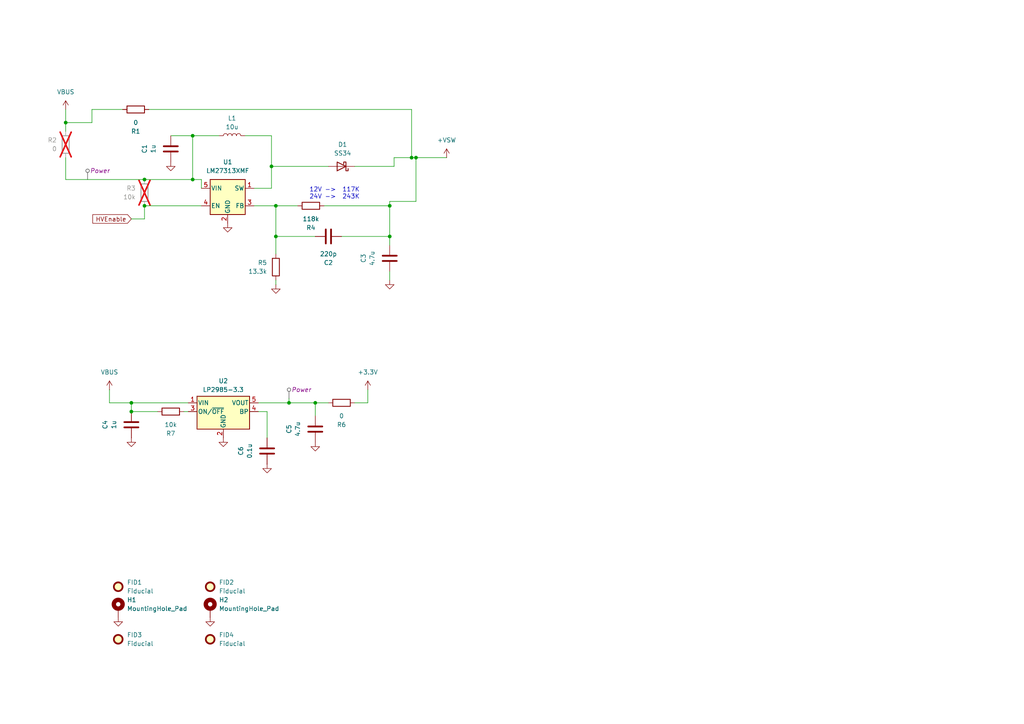
<source format=kicad_sch>
(kicad_sch (version 20231120) (generator "eeschema") (generator_version "8.0")
  (paper "A4")
  (lib_symbols
    (symbol "Device:C" (pin_numbers hide) (pin_names (offset 0.254))
      (property "Reference" "C" (at 0.635 2.54 0))
      (property "Value" "C" (at 0.635 -2.54 0))
      (symbol "C_0_1"
        (polyline (pts (xy -2.032 -0.762) (xy 2.032 -0.762)) (stroke (width 0.508)))
        (polyline (pts (xy -2.032 0.762) (xy 2.032 0.762)) (stroke (width 0.508)))
      )
      (symbol "C_1_1"
        (pin passive line (at 0 3.81 270) (length 2.794) (name "~") (number "1"))
        (pin passive line (at 0 -3.81 90) (length 2.794) (name "~") (number "2"))
      )
    )
    (symbol "Device:L" (pin_numbers hide) (pin_names (offset 1.016) hide)
      (property "Reference" "L" (at -1.27 0 90))
      (property "Value" "L" (at 1.905 0 90))
      (symbol "L_0_1"
        (arc (start 0 -2.54) (mid 0.6323 -1.905) (end 0 -1.27))
        (arc (start 0 -1.27) (mid 0.6323 -0.635) (end 0 0))
        (arc (start 0 0) (mid 0.6323 0.635) (end 0 1.27))
        (arc (start 0 1.27) (mid 0.6323 1.905) (end 0 2.54))
      )
      (symbol "L_1_1"
        (pin passive line (at 0 3.81 270) (length 1.27) (name "1") (number "1"))
        (pin passive line (at 0 -3.81 90) (length 1.27) (name "2") (number "2"))
      )
    )
    (symbol "Device:R" (pin_numbers hide) (pin_names (offset 0))
      (property "Reference" "R" (at 2.032 0 90))
      (property "Value" "R" (at 0 0 90))
      (symbol "R_0_1"
        (rectangle (start -1.016 -2.54) (end 1.016 2.54) (stroke (width 0.254)))
      )
      (symbol "R_1_1"
        (pin passive line (at 0 3.81 270) (length 1.27) (name "~") (number "1"))
        (pin passive line (at 0 -3.81 90) (length 1.27) (name "~") (number "2"))
      )
    )
    (symbol "Diode:SS34" (pin_numbers hide) (pin_names (offset 1.016) hide)
      (property "Reference" "D" (at 0 2.54 0))
      (property "Value" "SS34" (at 0 -2.54 0))
      (symbol "SS34_0_1"
        (polyline (pts (xy 1.27 0) (xy -1.27 0)))
        (polyline (pts (xy 1.27 1.27) (xy 1.27 -1.27) (xy -1.27 0) (xy 1.27 1.27)) (stroke (width 0.254)))
        (polyline (pts (xy -1.905 0.635) (xy -1.905 1.27) (xy -1.27 1.27) (xy -1.27 -1.27) (xy -0.635 -1.27) (xy -0.635 -0.635)) (stroke (width 0.254)))
      )
      (symbol "SS34_1_1"
        (pin passive line (at -3.81 0 0) (length 2.54) (name "K") (number "1"))
        (pin passive line (at 3.81 0 180) (length 2.54) (name "A") (number "2"))
      )
    )
    (symbol "Mechanical:Fiducial" (exclude_from_sim yes) (in_bom no)
      (property "Reference" "FID" (at 0 5.08 0))
      (property "Value" "Fiducial" (at 0 3.175 0))
      (symbol "Fiducial_0_1"
        (circle (center 0 0) (radius 1.27) (stroke (width 0.508)) (fill (type background)))
      )
    )
    (symbol "Mechanical:MountingHole_Pad" (pin_numbers hide) (pin_names (offset 1.016) hide) (exclude_from_sim yes) (in_bom no)
      (property "Reference" "H" (at 0 6.35 0))
      (property "Value" "MountingHole_Pad" (at 0 4.445 0))
      (symbol "MountingHole_Pad_0_1"
        (circle (center 0 1.27) (radius 1.27) (stroke (width 1.27)))
      )
      (symbol "MountingHole_Pad_1_1"
        (pin input line (at 0 -2.54 90) (length 2.54) (name "1") (number "1"))
      )
    )
    (symbol "Regulator_Linear:LP2985-3.3" (pin_names (offset 0.254))
      (property "Reference" "U" (at -6.35 5.715 0))
      (property "Value" "LP2985-3.3" (at 0 5.715 0))
      (symbol "LP2985-3.3_0_1"
        (rectangle (start -7.62 -5.08) (end 7.62 4.445) (stroke (width 0.254)) (fill (type background)))
      )
      (symbol "LP2985-3.3_1_1"
        (pin power_in line (at -10.16 2.54 0) (length 2.54) (name "VIN") (number "1"))
        (pin power_in line (at 0 -7.62 90) (length 2.54) (name "GND") (number "2"))
        (pin input line (at -10.16 0 0) (length 2.54) (name "ON/~{OFF}") (number "3"))
        (pin input line (at 10.16 0 180) (length 2.54) (name "BP") (number "4"))
        (pin power_out line (at 10.16 2.54 180) (length 2.54) (name "VOUT") (number "5"))
      )
    )
    (symbol "Regulator_Switching:LM27313XMF" (pin_names (offset 0.254))
      (property "Reference" "U" (at -5.08 6.35 0))
      (property "Value" "LM27313XMF" (at 0 6.35 0))
      (symbol "LM27313XMF_0_1"
        (rectangle (start -5.08 5.08) (end 5.08 -5.08) (stroke (width 0.254)) (fill (type background)))
      )
      (symbol "LM27313XMF_1_1"
        (pin output line (at 7.62 2.54 180) (length 2.54) (name "SW") (number "1"))
        (pin power_in line (at 0 -7.62 90) (length 2.54) (name "GND") (number "2"))
        (pin input line (at 7.62 -2.54 180) (length 2.54) (name "FB") (number "3"))
        (pin input line (at -7.62 -2.54 0) (length 2.54) (name "EN") (number "4"))
        (pin input line (at -7.62 2.54 0) (length 2.54) (name "VIN") (number "5"))
      )
    )
    (symbol "power:+3.3V" (power) (pin_numbers hide) (pin_names (offset 0) hide)
      (property "Value" "+3.3V" (at 0 3.556 0))
      (symbol "+3.3V_0_1"
        (polyline (pts (xy -0.762 1.27) (xy 0 2.54)))
        (polyline (pts (xy 0 0) (xy 0 2.54)))
        (polyline (pts (xy 0 2.54) (xy 0.762 1.27)))
      )
      (symbol "+3.3V_1_1"
        (pin power_in line (at 0 0 90) (length 0) (name "~") (number "1"))
      )
    )
    (symbol "power:+VSW" (power) (pin_numbers hide) (pin_names (offset 0) hide)
      (property "Value" "+VSW" (at 0 3.556 0))
      (symbol "+VSW_0_1"
        (polyline (pts (xy -0.762 1.27) (xy 0 2.54)))
        (polyline (pts (xy 0 0) (xy 0 2.54)))
        (polyline (pts (xy 0 2.54) (xy 0.762 1.27)))
      )
      (symbol "+VSW_1_1"
        (pin power_in line (at 0 0 90) (length 0) (name "~") (number "1"))
      )
    )
    (symbol "power:GND" (power) (pin_numbers hide) (pin_names (offset 0) hide)
      (property "Value" "GND" (at 0 -3.81 0))
      (symbol "GND_0_1"
        (polyline (pts (xy 0 0) (xy 0 -1.27) (xy 1.27 -1.27) (xy 0 -2.54) (xy -1.27 -1.27) (xy 0 -1.27)))
      )
      (symbol "GND_1_1"
        (pin power_in line (at 0 0 270) (length 0) (name "~") (number "1"))
      )
    )
    (symbol "power:VBUS" (power) (pin_numbers hide) (pin_names (offset 0) hide)
      (property "Value" "VBUS" (at 0 3.556 0))
      (symbol "VBUS_0_1"
        (polyline (pts (xy -0.762 1.27) (xy 0 2.54)))
        (polyline (pts (xy 0 0) (xy 0 2.54)))
        (polyline (pts (xy 0 2.54) (xy 0.762 1.27)))
      )
      (symbol "VBUS_1_1"
        (pin power_in line (at 0 0 90) (length 0) (name "~") (number "1"))
      )
    )
  )
  (junction (at 41.91 59.69))
  (junction (at 19.05 35.56))
  (junction (at 120.65 45.72))
  (junction (at 38.1 116.84))
  (junction (at 80.01 68.58))
  (junction (at 91.44 116.84))
  (junction (at 113.03 59.69))
  (junction (at 55.88 52.07))
  (junction (at 80.01 59.69))
  (junction (at 113.03 68.58))
  (junction (at 38.1 119.38))
  (junction (at 83.82 116.84))
  (junction (at 41.91 52.07))
  (junction (at 78.74 48.26))
  (junction (at 119.38 45.72))
  (junction (at 55.88 39.37))
  (wire (pts (xy 58.42 52.07) (xy 55.88 52.07)))
  (wire (pts (xy 35.56 31.75) (xy 26.67 31.75)))
  (wire (pts (xy 106.68 116.84) (xy 106.68 113.03)))
  (wire (pts (xy 74.93 116.84) (xy 83.82 116.84)))
  (wire (pts (xy 31.75 116.84) (xy 31.75 113.03)))
  (wire (pts (xy 19.05 52.07) (xy 41.91 52.07)))
  (wire (pts (xy 77.47 127) (xy 77.47 119.38)))
  (wire (pts (xy 80.01 68.58) (xy 80.01 73.66)))
  (wire (pts (xy 86.36 59.69) (xy 80.01 59.69)))
  (wire (pts (xy 102.87 48.26) (xy 114.3 48.26)))
  (wire (pts (xy 55.88 52.07) (xy 41.91 52.07)))
  (wire (pts (xy 93.98 59.69) (xy 113.03 59.69)))
  (wire (pts (xy 120.65 45.72) (xy 129.54 45.72)))
  (wire (pts (xy 58.42 54.61) (xy 58.42 52.07)))
  (wire (pts (xy 41.91 59.69) (xy 58.42 59.69)))
  (wire (pts (xy 114.3 45.72) (xy 119.38 45.72)))
  (wire (pts (xy 91.44 116.84) (xy 95.25 116.84)))
  (wire (pts (xy 55.88 39.37) (xy 63.5 39.37)))
  (wire (pts (xy 41.91 63.5) (xy 41.91 59.69)))
  (wire (pts (xy 73.66 54.61) (xy 78.74 54.61)))
  (wire (pts (xy 91.44 116.84) (xy 91.44 120.65)))
  (wire (pts (xy 38.1 119.38) (xy 45.72 119.38)))
  (wire (pts (xy 119.38 31.75) (xy 119.38 45.72)))
  (wire (pts (xy 113.03 68.58) (xy 113.03 71.12)))
  (wire (pts (xy 19.05 35.56) (xy 19.05 31.75)))
  (wire (pts (xy 19.05 45.72) (xy 19.05 52.07)))
  (wire (pts (xy 73.66 59.69) (xy 80.01 59.69)))
  (wire (pts (xy 113.03 59.69) (xy 113.03 58.42)))
  (wire (pts (xy 38.1 116.84) (xy 31.75 116.84)))
  (wire (pts (xy 43.18 31.75) (xy 119.38 31.75)))
  (wire (pts (xy 55.88 39.37) (xy 55.88 52.07)))
  (wire (pts (xy 113.03 68.58) (xy 113.03 59.69)))
  (wire (pts (xy 26.67 31.75) (xy 26.67 35.56)))
  (wire (pts (xy 99.06 68.58) (xy 113.03 68.58)))
  (wire (pts (xy 77.47 119.38) (xy 74.93 119.38)))
  (wire (pts (xy 80.01 68.58) (xy 91.44 68.58)))
  (wire (pts (xy 78.74 48.26) (xy 95.25 48.26)))
  (wire (pts (xy 83.82 116.84) (xy 91.44 116.84)))
  (wire (pts (xy 80.01 82.55) (xy 80.01 81.28)))
  (wire (pts (xy 38.1 116.84) (xy 54.61 116.84)))
  (wire (pts (xy 119.38 45.72) (xy 120.65 45.72)))
  (wire (pts (xy 113.03 78.74) (xy 113.03 81.28)))
  (wire (pts (xy 114.3 48.26) (xy 114.3 45.72)))
  (wire (pts (xy 113.03 58.42) (xy 120.65 58.42)))
  (wire (pts (xy 78.74 48.26) (xy 78.74 39.37)))
  (wire (pts (xy 120.65 45.72) (xy 120.65 58.42)))
  (wire (pts (xy 80.01 59.69) (xy 80.01 68.58)))
  (wire (pts (xy 78.74 54.61) (xy 78.74 48.26)))
  (wire (pts (xy 83.82 115.57) (xy 83.82 116.84)))
  (wire (pts (xy 53.34 119.38) (xy 54.61 119.38)))
  (wire (pts (xy 19.05 35.56) (xy 26.67 35.56)))
  (wire (pts (xy 38.1 63.5) (xy 41.91 63.5)))
  (wire (pts (xy 102.87 116.84) (xy 106.68 116.84)))
  (wire (pts (xy 49.53 39.37) (xy 55.88 39.37)))
  (wire (pts (xy 78.74 39.37) (xy 71.12 39.37)))
  (wire (pts (xy 38.1 116.84) (xy 38.1 119.38)))
  (wire (pts (xy 19.05 38.1) (xy 19.05 35.56)))
  (text "12V ->  117K\n24V ->  243K" (at 97.028 56.134 0) (effects (font (size 1.27 1.27))))
  (global_label "HVEnable" (shape input) (at 38.1 63.5 180) (property "Intersheetrefs" "${INTERSHEET_REFS}" (effects (hide yes))))
  (netclass_flag "" (length 2.54) (shape round) (at 83.82 115.57 0) (property "Netclass" "Power" (at 84.5185 113.03 0) (effects (font (italic yes)) (justify left))))
  (netclass_flag "" (length 2.54) (shape round) (at 25.4 52.07 0) (property "Netclass" "Power" (at 26.0985 49.53 0) (effects (font (italic yes)) (justify left))))
  (symbol (lib_id "Device:L") (at 67.31 39.37 90) (unit 1)
    (property "Reference" "L1" (at 67.31 34.29 90))
    (property "Value" "10u" (at 67.31 36.83 90))
    (property "Footprint" "Inductor_SMD:L_Changjiang_FNR4030S" (effects (hide yes)))
    (property "Description" "Inductor, 10uH 1.6A FNR4030S100MT" (effects (hide yes)))
    (property "LCSC" "C167879" (effects (hide yes)))
  )
  (symbol (lib_id "Mechanical:Fiducial") (at 60.96 170.18 0) (unit 1) (exclude_from_sim yes) (in_bom no)
    (property "Reference" "FID2" (at 63.5 168.9099 0) (effects (justify left)))
    (property "Value" "Fiducial" (at 63.5 171.4499 0) (effects (justify left)))
    (property "Footprint" "Fiducial:Fiducial_1mm_Mask3mm" (effects (hide yes)))
    (property "Description" "Fiducial Marker" (effects (hide yes)))
  )
  (symbol (lib_id "Device:C") (at 91.44 124.46 180) (unit 1)
    (property "Reference" "C5" (at 83.82 124.46 90))
    (property "Value" "4.7u" (at 86.36 124.46 90))
    (property "Footprint" "Capacitor_SMD:C_0402_1005Metric_Pad0.74x0.62mm_HandSolder" (effects (hide yes)))
    (property "Description" "Unpolarized capacitor" (effects (hide yes)))
    (property "LCSC" "C106859" (effects (hide yes)))
  )
  (symbol (lib_id "Regulator_Linear:LP2985-3.3") (at 64.77 119.38 0) (unit 1)
    (property "Reference" "U2" (at 64.77 110.49 0))
    (property "Value" "LP2985-3.3" (at 64.77 113.03 0))
    (property "Footprint" "Package_TO_SOT_SMD:SOT-23-5" (effects (hide yes)))
    (property "Datasheet" "http://www.ti.com/lit/ds/symlink/lp2985.pdf" (effects (hide yes)))
    (property "Description" "150mA 16V Low-noise Low-dropout Regulator With Shutdown, 3.3V output voltage, SOT-23-5" (effects (hide yes)))
    (property "LCSC" "C109382" (effects (hide yes)))
  )
  (symbol (lib_id "Mechanical:Fiducial") (at 34.29 185.42 0) (unit 1) (exclude_from_sim yes) (in_bom no)
    (property "Reference" "FID3" (at 36.83 184.1499 0) (effects (justify left)))
    (property "Value" "Fiducial" (at 36.83 186.6899 0) (effects (justify left)))
    (property "Footprint" "Fiducial:Fiducial_1mm_Mask3mm" (effects (hide yes)))
    (property "Description" "Fiducial Marker" (effects (hide yes)))
  )
  (symbol (lib_id "power:GND") (at 60.96 179.07 0) (unit 1)
    (property "Reference" "#PWR048" (effects (hide yes)))
    (property "Value" "GND" (effects (hide yes)))
    (property "Description" "Power symbol creates a global label with name \"GND\" , ground" (effects (hide yes)))
  )
  (symbol (lib_id "Mechanical:MountingHole_Pad") (at 34.29 176.53 0) (unit 1) (exclude_from_sim yes) (in_bom no)
    (property "Reference" "H1" (at 36.83 173.9899 0) (effects (justify left)))
    (property "Value" "MountingHole_Pad" (at 36.83 176.5299 0) (effects (justify left)))
    (property "Footprint" "MountingHole:MountingHole_3.2mm_M3_DIN965_Pad_TopBottom" (effects (hide yes)))
    (property "Description" "Mounting Hole with connection" (effects (hide yes)))
  )
  (symbol (lib_id "Device:C") (at 38.1 123.19 180) (unit 1)
    (property "Reference" "C4" (at 30.48 123.19 90))
    (property "Value" "1u" (at 33.02 123.19 90))
    (property "Footprint" "Capacitor_SMD:C_0603_1608Metric_Pad1.08x0.95mm_HandSolder" (effects (hide yes)))
    (property "Description" "Unpolarized capacitor" (effects (hide yes)))
    (property "LCSC" "C15849" (effects (hide yes)))
  )
  (symbol (lib_id "Diode:SS34") (at 99.06 48.26 180) (unit 1)
    (property "Reference" "D1" (at 99.3775 41.91 0))
    (property "Value" "SS34" (at 99.3775 44.45 0))
    (property "Footprint" "Diode_SMD:D_SMA" (effects (hide yes)))
    (property "Datasheet" "https://www.vishay.com/docs/88751/ss32.pdf" (effects (hide yes)))
    (property "Description" "40V 3A Schottky Diode, SMA" (effects (hide yes)))
    (property "LCSC" "C8678" (effects (hide yes)))
  )
  (symbol (lib_id "power:GND") (at 113.03 81.28 0) (unit 1)
    (property "Reference" "#PWR05" (effects (hide yes)))
    (property "Value" "GND" (effects (hide yes)))
    (property "Description" "Power symbol creates a global label with name \"GND\" , ground" (effects (hide yes)))
  )
  (symbol (lib_id "power:GND") (at 49.53 46.99 0) (unit 1)
    (property "Reference" "#PWR03" (effects (hide yes)))
    (property "Value" "GND" (effects (hide yes)))
    (property "Description" "Power symbol creates a global label with name \"GND\" , ground" (effects (hide yes)))
  )
  (symbol (lib_id "power:VBUS") (at 19.05 31.75 0) (unit 1)
    (property "Reference" "#PWR01" (effects (hide yes)))
    (property "Value" "VBUS" (at 19.05 26.67 0))
    (property "Description" "Power symbol creates a global label with name \"VBUS\"" (effects (hide yes)))
  )
  (symbol (lib_id "power:GND") (at 34.29 179.07 0) (unit 1)
    (property "Reference" "#PWR047" (effects (hide yes)))
    (property "Value" "GND" (effects (hide yes)))
    (property "Description" "Power symbol creates a global label with name \"GND\" , ground" (effects (hide yes)))
  )
  (symbol (lib_id "power:+VSW") (at 129.54 45.72 0) (unit 1)
    (property "Reference" "#PWR02" (effects (hide yes)))
    (property "Value" "+VSW" (at 129.54 40.64 0))
    (property "Description" "Power symbol creates a global label with name \"+VSW\"" (effects (hide yes)))
  )
  (symbol (lib_id "Device:R") (at 99.06 116.84 90) (mirror x) (unit 1)
    (property "Reference" "R6" (at 99.06 123.19 90))
    (property "Value" "0" (at 99.06 120.65 90))
    (property "Footprint" "Resistor_SMD:R_0402_1005Metric_Pad0.72x0.64mm_HandSolder" (effects (hide yes)))
    (property "Description" "Resistor" (effects (hide yes)))
    (property "LCSC" "C17168" (effects (hide yes)))
  )
  (symbol (lib_id "Mechanical:Fiducial") (at 60.96 185.42 0) (unit 1) (exclude_from_sim yes) (in_bom no)
    (property "Reference" "FID4" (at 63.5 184.1499 0) (effects (justify left)))
    (property "Value" "Fiducial" (at 63.5 186.6899 0) (effects (justify left)))
    (property "Footprint" "Fiducial:Fiducial_1mm_Mask3mm" (effects (hide yes)))
    (property "Description" "Fiducial Marker" (effects (hide yes)))
  )
  (symbol (lib_id "Device:R") (at 39.37 31.75 90) (mirror x) (unit 1)
    (property "Reference" "R1" (at 39.37 38.1 90))
    (property "Value" "0" (at 39.37 35.56 90))
    (property "Footprint" "Resistor_SMD:R_0402_1005Metric_Pad0.72x0.64mm_HandSolder" (effects (hide yes)))
    (property "Description" "Resistor" (effects (hide yes)))
    (property "LCSC" "C17168" (effects (hide yes)))
  )
  (symbol (lib_id "Device:C") (at 95.25 68.58 270) (unit 1)
    (property "Reference" "C2" (at 95.25 76.2 90))
    (property "Value" "220p" (at 95.25 73.66 90))
    (property "Footprint" "Capacitor_SMD:C_0402_1005Metric_Pad0.74x0.62mm_HandSolder" (effects (hide yes)))
    (property "Description" "Unpolarized capacitor" (effects (hide yes)))
    (property "LCSC" "C1603" (effects (hide yes)))
  )
  (symbol (lib_id "power:GND") (at 66.04 64.77 0) (unit 1)
    (property "Reference" "#PWR04" (effects (hide yes)))
    (property "Value" "GND" (effects (hide yes)))
    (property "Description" "Power symbol creates a global label with name \"GND\" , ground" (effects (hide yes)))
  )
  (symbol (lib_id "Device:C") (at 49.53 43.18 180) (unit 1)
    (property "Reference" "C1" (at 41.91 43.18 90))
    (property "Value" "1u" (at 44.45 43.18 90))
    (property "Footprint" "Capacitor_SMD:C_0603_1608Metric_Pad1.08x0.95mm_HandSolder" (effects (hide yes)))
    (property "Description" "Unpolarized capacitor" (effects (hide yes)))
    (property "LCSC" "C15849" (effects (hide yes)))
  )
  (symbol (lib_id "Device:R") (at 80.01 77.47 0) (mirror x) (unit 1)
    (property "Reference" "R5" (at 77.47 76.1999 0) (effects (justify right)))
    (property "Value" "13.3k" (at 77.47 78.7399 0) (effects (justify right)))
    (property "Footprint" "Resistor_SMD:R_0402_1005Metric_Pad0.72x0.64mm_HandSolder" (effects (hide yes)))
    (property "Description" "Resistor" (effects (hide yes)))
    (property "LCSC" "C122547" (effects (hide yes)))
  )
  (symbol (lib_id "Mechanical:MountingHole_Pad") (at 60.96 176.53 0) (unit 1) (exclude_from_sim yes) (in_bom no)
    (property "Reference" "H2" (at 63.5 173.9899 0) (effects (justify left)))
    (property "Value" "MountingHole_Pad" (at 63.5 176.5299 0) (effects (justify left)))
    (property "Footprint" "MountingHole:MountingHole_3.2mm_M3_DIN965_Pad_TopBottom" (effects (hide yes)))
    (property "Description" "Mounting Hole with connection" (effects (hide yes)))
  )
  (symbol (lib_id "Device:R") (at 41.91 55.88 0) (mirror x) (unit 1) (in_bom no) (dnp yes)
    (property "Reference" "R3" (at 39.37 54.6099 0) (effects (justify right)))
    (property "Value" "10k" (at 39.37 57.1499 0) (effects (justify right)))
    (property "Footprint" "Resistor_SMD:R_0402_1005Metric_Pad0.72x0.64mm_HandSolder" (effects (hide yes)))
    (property "Description" "Resistor" (effects (hide yes)))
    (property "LCSC" "C25744" (effects (hide yes)))
  )
  (symbol (lib_id "Device:C") (at 77.47 130.81 180) (unit 1)
    (property "Reference" "C6" (at 69.85 130.81 90))
    (property "Value" "0.1u" (at 72.39 130.81 90))
    (property "Footprint" "Capacitor_SMD:C_0402_1005Metric_Pad0.74x0.62mm_HandSolder" (effects (hide yes)))
    (property "Description" "Unpolarized capacitor" (effects (hide yes)))
    (property "LCSC" "C5142567" (effects (hide yes)))
  )
  (symbol (lib_id "power:GND") (at 80.01 82.55 0) (unit 1)
    (property "Reference" "#PWR06" (effects (hide yes)))
    (property "Value" "GND" (effects (hide yes)))
    (property "Description" "Power symbol creates a global label with name \"GND\" , ground" (effects (hide yes)))
  )
  (symbol (lib_id "Device:R") (at 90.17 59.69 90) (mirror x) (unit 1)
    (property "Reference" "R4" (at 90.17 66.04 90))
    (property "Value" "118k" (at 90.17 63.5 90))
    (property "Footprint" "Resistor_SMD:R_0402_1005Metric_Pad0.72x0.64mm_HandSolder" (effects (hide yes)))
    (property "Description" "Resistor" (effects (hide yes)))
    (property "LCSC" "C25748" (effects (hide yes)))
  )
  (symbol (lib_id "power:VBUS") (at 31.75 113.03 0) (unit 1)
    (property "Reference" "#PWR07" (effects (hide yes)))
    (property "Value" "VBUS" (at 31.75 107.95 0))
    (property "Description" "Power symbol creates a global label with name \"VBUS\"" (effects (hide yes)))
  )
  (symbol (lib_id "Mechanical:Fiducial") (at 34.29 170.18 0) (unit 1) (exclude_from_sim yes) (in_bom no)
    (property "Reference" "FID1" (at 36.83 168.9099 0) (effects (justify left)))
    (property "Value" "Fiducial" (at 36.83 171.4499 0) (effects (justify left)))
    (property "Footprint" "Fiducial:Fiducial_1mm_Mask3mm" (effects (hide yes)))
    (property "Description" "Fiducial Marker" (effects (hide yes)))
  )
  (symbol (lib_id "Device:R") (at 19.05 41.91 0) (mirror x) (unit 1) (in_bom no) (dnp yes)
    (property "Reference" "R2" (at 16.51 40.6399 0) (effects (justify right)))
    (property "Value" "0" (at 16.51 43.1799 0) (effects (justify right)))
    (property "Footprint" "Resistor_SMD:R_0402_1005Metric_Pad0.72x0.64mm_HandSolder" (effects (hide yes)))
    (property "Description" "Resistor" (effects (hide yes)))
    (property "LCSC" "C17168" (effects (hide yes)))
  )
  (symbol (lib_id "Regulator_Switching:LM27313XMF") (at 66.04 57.15 0) (unit 1)
    (property "Reference" "U1" (at 66.04 46.99 0))
    (property "Value" "LM27313XMF" (at 66.04 49.53 0))
    (property "Footprint" "Package_TO_SOT_SMD:SOT-23-5" (effects (hide yes)))
    (property "Datasheet" "http://www.ti.com/lit/ds/symlink/lm27313.pdf" (effects (hide yes)))
    (property "Description" "1A, 28Vout Boost Voltage Regulator, 1.6MHz Frequency, SOT-23-5" (effects (hide yes)))
    (property "LCSC" "C341750" (effects (hide yes)))
  )
  (symbol (lib_id "Device:C") (at 113.03 74.93 180) (unit 1)
    (property "Reference" "C3" (at 105.41 74.93 90))
    (property "Value" "4.7u" (at 107.95 74.93 90))
    (property "Footprint" "Capacitor_SMD:C_0805_2012Metric_Pad1.18x1.45mm_HandSolder" (effects (hide yes)))
    (property "Description" "Unpolarized capacitor" (effects (hide yes)))
    (property "LCSC" "C1779" (effects (hide yes)))
  )
  (symbol (lib_id "power:GND") (at 38.1 127 0) (unit 1)
    (property "Reference" "#PWR09" (effects (hide yes)))
    (property "Value" "GND" (effects (hide yes)))
    (property "Description" "Power symbol creates a global label with name \"GND\" , ground" (effects (hide yes)))
  )
  (symbol (lib_id "power:GND") (at 77.47 134.62 0) (unit 1)
    (property "Reference" "#PWR012" (effects (hide yes)))
    (property "Value" "GND" (effects (hide yes)))
    (property "Description" "Power symbol creates a global label with name \"GND\" , ground" (effects (hide yes)))
  )
  (symbol (lib_id "Device:R") (at 49.53 119.38 90) (mirror x) (unit 1)
    (property "Reference" "R7" (at 49.53 125.73 90))
    (property "Value" "10k" (at 49.53 123.19 90))
    (property "Footprint" "Resistor_SMD:R_0402_1005Metric_Pad0.72x0.64mm_HandSolder" (effects (hide yes)))
    (property "Description" "Resistor" (effects (hide yes)))
    (property "LCSC" "C25744" (effects (hide yes)))
  )
  (symbol (lib_id "power:GND") (at 91.44 128.27 0) (unit 1)
    (property "Reference" "#PWR011" (effects (hide yes)))
    (property "Value" "GND" (effects (hide yes)))
    (property "Description" "Power symbol creates a global label with name \"GND\" , ground" (effects (hide yes)))
  )
  (symbol (lib_id "power:GND") (at 64.77 127 0) (unit 1)
    (property "Reference" "#PWR010" (effects (hide yes)))
    (property "Value" "GND" (effects (hide yes)))
    (property "Description" "Power symbol creates a global label with name \"GND\" , ground" (effects (hide yes)))
  )
  (symbol (lib_id "power:+3.3V") (at 106.68 113.03 0) (unit 1)
    (property "Reference" "#PWR08" (effects (hide yes)))
    (property "Value" "+3.3V" (at 106.68 107.95 0))
    (property "Description" "Power symbol creates a global label with name \"+3.3V\"" (effects (hide yes)))
  )
)
</source>
